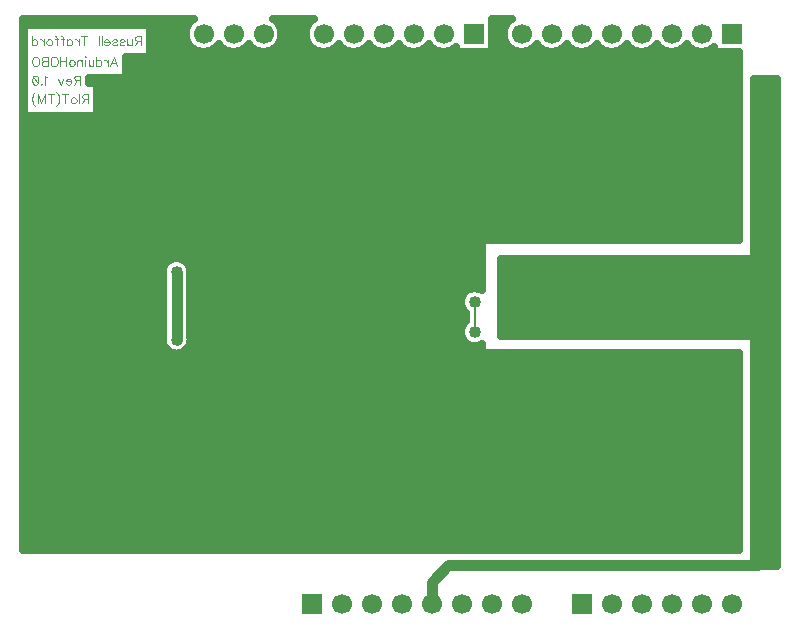
<source format=gbl>
G04 DipTrace 3.1.0.0*
G04 ArduinoUnoHOBO.gbl*
%MOIN*%
G04 #@! TF.FileFunction,Copper,L2,Bot*
G04 #@! TF.Part,Single*
G04 #@! TA.AperFunction,Conductor*
%ADD11C,0.006*%
%ADD13C,0.036*%
%ADD14C,0.012*%
G04 #@! TA.AperFunction,CopperBalancing*
%ADD15C,0.025*%
G04 #@! TA.AperFunction,ComponentPad*
%ADD17R,0.066929X0.066929*%
%ADD18C,0.066929*%
G04 #@! TA.AperFunction,ViaPad*
%ADD35C,0.04*%
%ADD68C,0.004632*%
%FSLAX26Y26*%
G04*
G70*
G90*
G75*
G01*
G04 Bottom*
%LPD*%
X1044068Y1375353D2*
D13*
Y1600377D1*
X3006774Y1019066D2*
D14*
X3019276D1*
X3006774Y1344100D2*
X3019276D1*
X3006774Y1694136D2*
X3019276D1*
X3006774Y2019171D2*
X3019276D1*
X3015555Y681530D2*
X3019276D1*
X2187938Y1637881D2*
X2200440D1*
X2187938Y1400356D2*
X2200440D1*
X2239119D2*
X2250445D1*
X1894000Y494000D2*
D13*
Y568861D1*
X1950413Y625274D1*
X2981772D1*
Y887802D1*
X3025526Y931556D1*
X1406709Y1787896D2*
D11*
Y1694136D1*
X1437860D1*
X1600371Y1525369D2*
X1619129D1*
X1600371Y1369102D2*
X1612878D1*
X1650382D2*
X1669134D1*
X1700371D2*
X1712888D1*
X1550371D2*
X1562873D1*
X1994000Y725285D2*
D13*
X2019171D1*
X2094000Y725463D2*
X2100429Y719034D1*
X1044068Y1137828D2*
D11*
X1056570D1*
X1069071Y1125327D1*
X2469434Y1269092D2*
X2475469D1*
X781541Y1650382D2*
X794042D1*
X800293Y1644131D1*
X619126Y1375353D2*
X631525D1*
X2025626Y1725390D2*
X2037923D1*
X1194084Y1056570D2*
X1206585D1*
X1194084Y681530D2*
X1212836D1*
X2037923Y1400356D2*
Y1500366D1*
D35*
X1044068Y1375353D3*
Y1600377D3*
X3006774Y1019066D3*
Y1344100D3*
Y1694136D3*
Y2019171D3*
X3015555Y681530D3*
X2187938Y1637881D3*
Y1400356D3*
X2239119D3*
X1406709Y1787896D3*
X1600371Y1525369D3*
Y1369102D3*
X1650382D3*
X1700371D3*
X1550371D3*
X1994000Y725285D3*
X2094000Y725463D3*
X1044068Y1137828D3*
X2469434Y1269092D3*
X781541Y1650382D3*
X619126Y1375353D3*
X2025626Y1725390D3*
X1194084Y1056570D3*
Y681530D3*
X2037923Y1400356D3*
Y1500366D3*
X2971997Y2219631D2*
D15*
X3041803D1*
X2971997Y2194762D2*
X3041803D1*
X2971997Y2169894D2*
X3041803D1*
X2971997Y2145025D2*
X3041803D1*
X2971997Y2120156D2*
X3041803D1*
X2971997Y2095287D2*
X3041803D1*
X2971997Y2070419D2*
X3041803D1*
X2971997Y2045550D2*
X3041803D1*
X2971997Y2020681D2*
X3041803D1*
X2971997Y1995812D2*
X3041803D1*
X2971997Y1970944D2*
X3041803D1*
X2971997Y1946075D2*
X3041803D1*
X2971997Y1921206D2*
X3041803D1*
X2971997Y1896337D2*
X3041803D1*
X2971997Y1871469D2*
X3041803D1*
X2971997Y1846600D2*
X3041803D1*
X2971997Y1821731D2*
X3041803D1*
X2971997Y1796862D2*
X3041803D1*
X2971997Y1771993D2*
X3041803D1*
X2971997Y1747125D2*
X3041803D1*
X2971997Y1722256D2*
X3041803D1*
X2971997Y1697387D2*
X3041803D1*
X2971997Y1672518D2*
X3041803D1*
X2971997Y1647650D2*
X3041803D1*
X2127930Y1622781D2*
X3041803D1*
X2127930Y1597912D2*
X3041803D1*
X2127930Y1573043D2*
X3041803D1*
X2127930Y1548175D2*
X3041803D1*
X2127930Y1523306D2*
X3041803D1*
X2127930Y1498437D2*
X3041803D1*
X2127930Y1473568D2*
X3041803D1*
X2127930Y1448699D2*
X3041803D1*
X2127930Y1423831D2*
X3041803D1*
X2127930Y1398962D2*
X3041803D1*
X2971753Y1374093D2*
X3041803D1*
X2971753Y1349224D2*
X3041803D1*
X2971753Y1324356D2*
X3041803D1*
X2971753Y1299487D2*
X3041803D1*
X2971753Y1274618D2*
X3041803D1*
X2971753Y1249749D2*
X3041803D1*
X2971753Y1224881D2*
X3041803D1*
X2971753Y1200012D2*
X3041803D1*
X2971753Y1175143D2*
X3041803D1*
X2971753Y1150274D2*
X3041803D1*
X2971753Y1125406D2*
X3041803D1*
X2971753Y1100537D2*
X3041803D1*
X2971753Y1075668D2*
X3041803D1*
X2971753Y1050799D2*
X3041803D1*
X2971753Y1025930D2*
X3041803D1*
X2971753Y1001062D2*
X3041803D1*
X2971753Y976193D2*
X3041803D1*
X2971753Y951324D2*
X3041803D1*
X2971753Y926455D2*
X3041803D1*
X2971753Y901587D2*
X3041803D1*
X2971753Y876718D2*
X3041803D1*
X2971753Y851849D2*
X3041803D1*
X2971753Y826980D2*
X3041803D1*
X2971753Y802112D2*
X3041803D1*
X2971753Y777243D2*
X3041803D1*
X2971753Y752374D2*
X3041803D1*
X2971753Y727505D2*
X3041803D1*
X2971753Y702636D2*
X3041803D1*
X2971753Y677768D2*
X3041803D1*
X2971753Y652899D2*
X3041803D1*
X2971753Y628030D2*
X3041803D1*
X2125382Y1387853D2*
X2958724Y1387699D1*
X2962444Y1386491D1*
X2965608Y1384192D1*
X2967907Y1381028D1*
X2969115Y1377308D1*
X2969269Y1362853D1*
Y619022D1*
X3044280D1*
X3044241Y2244234D1*
X2969486Y2244462D1*
X2969346Y1655045D1*
X2968138Y1651325D1*
X2965839Y1648161D1*
X2962675Y1645862D1*
X2958955Y1644654D1*
X2944505Y1644495D1*
X2125430Y1644133D1*
Y1387833D1*
X956743Y2419348D2*
X1077134D1*
X1390824D2*
X1477134D1*
X2096488D2*
X2137143D1*
X956743Y2394479D2*
X1071518D1*
X1396440D2*
X1471518D1*
X2096488D2*
X2131528D1*
X956743Y2369610D2*
X1076743D1*
X1391264D2*
X1476743D1*
X2096488D2*
X2136703D1*
X956743Y2344741D2*
X1097299D1*
X1170707D2*
X1197299D1*
X1270707D2*
X1297299D1*
X1370707D2*
X1497299D1*
X1570707D2*
X1597299D1*
X1670707D2*
X1697299D1*
X1770707D2*
X1797299D1*
X1870707D2*
X1897299D1*
X2096488D2*
X2157308D1*
X2230718D2*
X2257308D1*
X2330718D2*
X2357308D1*
X2430718D2*
X2457308D1*
X2530718D2*
X2557308D1*
X2630718D2*
X2657308D1*
X2730718D2*
X2757308D1*
X956743Y2319873D2*
X2916782D1*
X877640Y2295004D2*
X2916782D1*
X877640Y2270135D2*
X2916782D1*
X754252Y2245266D2*
X2916782D1*
X780912Y2220398D2*
X2916782D1*
X780912Y2195529D2*
X2916782D1*
X780912Y2170660D2*
X2916782D1*
X780912Y2145791D2*
X2916782D1*
X534013Y2120923D2*
X2916782D1*
X534013Y2096054D2*
X2916782D1*
X534013Y2071185D2*
X2916782D1*
X534013Y2046316D2*
X2916782D1*
X534013Y2021448D2*
X2916782D1*
X534013Y1996579D2*
X2916782D1*
X534013Y1971710D2*
X2916782D1*
X534013Y1946841D2*
X2916782D1*
X534013Y1921972D2*
X2916782D1*
X534013Y1897104D2*
X2916782D1*
X534013Y1872235D2*
X2916782D1*
X534013Y1847366D2*
X2916782D1*
X534013Y1822497D2*
X2916782D1*
X534013Y1797629D2*
X2916782D1*
X534013Y1772760D2*
X2916782D1*
X534013Y1747891D2*
X2916782D1*
X534013Y1723022D2*
X2916782D1*
X534013Y1698154D2*
X2060434D1*
X534013Y1673285D2*
X2060434D1*
X534013Y1648416D2*
X2060434D1*
X534013Y1623547D2*
X1001255D1*
X1086870D2*
X2060434D1*
X534013Y1598678D2*
X995102D1*
X1093022D2*
X2060434D1*
X534013Y1573810D2*
X997104D1*
X1091068D2*
X2060434D1*
X534013Y1548941D2*
X997104D1*
X1091068D2*
X2060434D1*
X534013Y1524072D2*
X997104D1*
X1091068D2*
X1995395D1*
X534013Y1499203D2*
X997104D1*
X1091068D2*
X1988950D1*
X534013Y1474335D2*
X997104D1*
X1091068D2*
X1996908D1*
X534013Y1449466D2*
X997104D1*
X1091068D2*
X2005942D1*
X534013Y1424597D2*
X997104D1*
X1091068D2*
X1995736D1*
X534013Y1399728D2*
X997104D1*
X1091068D2*
X1988950D1*
X534013Y1374860D2*
X995054D1*
X1093071D2*
X1996518D1*
X534013Y1349991D2*
X1002572D1*
X1085551D2*
X2060434D1*
X534013Y1325122D2*
X2916782D1*
X534013Y1300253D2*
X2916782D1*
X534013Y1275385D2*
X2916782D1*
X534013Y1250516D2*
X2916782D1*
X534013Y1225647D2*
X2916782D1*
X534013Y1200778D2*
X2916782D1*
X534013Y1175909D2*
X2916782D1*
X534013Y1151041D2*
X2916782D1*
X534013Y1126172D2*
X2916782D1*
X534013Y1101303D2*
X2916782D1*
X534013Y1076434D2*
X2916782D1*
X534013Y1051566D2*
X2916782D1*
X534013Y1026697D2*
X2916782D1*
X534013Y1001828D2*
X2916782D1*
X534013Y976959D2*
X2916782D1*
X534013Y952091D2*
X2916782D1*
X534013Y927222D2*
X2916782D1*
X534013Y902353D2*
X2916782D1*
X534013Y877484D2*
X2916782D1*
X534013Y852615D2*
X2916782D1*
X534013Y827747D2*
X2916782D1*
X534013Y802878D2*
X2916782D1*
X534013Y778009D2*
X2916782D1*
X534013Y753140D2*
X2916782D1*
X534013Y728272D2*
X2916782D1*
X534013Y703403D2*
X2916782D1*
X534013Y678534D2*
X2916782D1*
X2919248Y2334035D2*
X2834035D1*
Y2349319D1*
X2825332Y2342871D1*
X2816948Y2338600D1*
X2807999Y2335693D1*
X2798705Y2334220D1*
X2789295D1*
X2780001Y2335693D1*
X2771052Y2338600D1*
X2762668Y2342871D1*
X2755056Y2348403D1*
X2748403Y2355056D1*
X2744026Y2360941D1*
X2739597Y2355056D1*
X2732944Y2348403D1*
X2725332Y2342871D1*
X2716948Y2338600D1*
X2707999Y2335693D1*
X2698705Y2334220D1*
X2689295D1*
X2680001Y2335693D1*
X2671052Y2338600D1*
X2662668Y2342871D1*
X2655056Y2348403D1*
X2648403Y2355056D1*
X2644026Y2360941D1*
X2639597Y2355056D1*
X2632944Y2348403D1*
X2625332Y2342871D1*
X2616948Y2338600D1*
X2607999Y2335693D1*
X2598705Y2334220D1*
X2589295D1*
X2580001Y2335693D1*
X2571052Y2338600D1*
X2562668Y2342871D1*
X2555056Y2348403D1*
X2548403Y2355056D1*
X2544026Y2360941D1*
X2539597Y2355056D1*
X2532944Y2348403D1*
X2525332Y2342871D1*
X2516948Y2338600D1*
X2507999Y2335693D1*
X2498705Y2334220D1*
X2489295D1*
X2480001Y2335693D1*
X2471052Y2338600D1*
X2462668Y2342871D1*
X2455056Y2348403D1*
X2448403Y2355056D1*
X2444026Y2360941D1*
X2439597Y2355056D1*
X2432944Y2348403D1*
X2425332Y2342871D1*
X2416948Y2338600D1*
X2407999Y2335693D1*
X2398705Y2334220D1*
X2389295D1*
X2380001Y2335693D1*
X2371052Y2338600D1*
X2362668Y2342871D1*
X2355056Y2348403D1*
X2348403Y2355056D1*
X2344026Y2360941D1*
X2339597Y2355056D1*
X2332944Y2348403D1*
X2325332Y2342871D1*
X2316948Y2338600D1*
X2307999Y2335693D1*
X2298705Y2334220D1*
X2289295D1*
X2280001Y2335693D1*
X2271052Y2338600D1*
X2262668Y2342871D1*
X2255056Y2348403D1*
X2248403Y2355056D1*
X2244026Y2360941D1*
X2239597Y2355056D1*
X2232944Y2348403D1*
X2225332Y2342871D1*
X2216948Y2338600D1*
X2207999Y2335693D1*
X2198705Y2334220D1*
X2189295D1*
X2180001Y2335693D1*
X2171052Y2338600D1*
X2162668Y2342871D1*
X2155056Y2348403D1*
X2148403Y2355056D1*
X2142871Y2362668D1*
X2138600Y2371052D1*
X2135693Y2380001D1*
X2134220Y2389295D1*
Y2398705D1*
X2135693Y2407999D1*
X2138600Y2416948D1*
X2142871Y2425332D1*
X2148403Y2432944D1*
X2155056Y2439597D1*
X2161339Y2444239D1*
X2093925Y2444217D1*
X2093965Y2334035D1*
X1974035D1*
Y2349319D1*
X1965332Y2342871D1*
X1956948Y2338600D1*
X1947999Y2335693D1*
X1938705Y2334220D1*
X1929295D1*
X1920001Y2335693D1*
X1911052Y2338600D1*
X1902668Y2342871D1*
X1895056Y2348403D1*
X1888403Y2355056D1*
X1884026Y2360941D1*
X1879597Y2355056D1*
X1872944Y2348403D1*
X1865332Y2342871D1*
X1856948Y2338600D1*
X1847999Y2335693D1*
X1838705Y2334220D1*
X1829295D1*
X1820001Y2335693D1*
X1811052Y2338600D1*
X1802668Y2342871D1*
X1795056Y2348403D1*
X1788403Y2355056D1*
X1784026Y2360941D1*
X1779597Y2355056D1*
X1772944Y2348403D1*
X1765332Y2342871D1*
X1756948Y2338600D1*
X1747999Y2335693D1*
X1738705Y2334220D1*
X1729295D1*
X1720001Y2335693D1*
X1711052Y2338600D1*
X1702668Y2342871D1*
X1695056Y2348403D1*
X1688403Y2355056D1*
X1684026Y2360941D1*
X1679597Y2355056D1*
X1672944Y2348403D1*
X1665332Y2342871D1*
X1656948Y2338600D1*
X1647999Y2335693D1*
X1638705Y2334220D1*
X1629295D1*
X1620001Y2335693D1*
X1611052Y2338600D1*
X1602668Y2342871D1*
X1595056Y2348403D1*
X1588403Y2355056D1*
X1584026Y2360941D1*
X1579597Y2355056D1*
X1572944Y2348403D1*
X1565332Y2342871D1*
X1556948Y2338600D1*
X1547999Y2335693D1*
X1538705Y2334220D1*
X1529295D1*
X1520001Y2335693D1*
X1511052Y2338600D1*
X1502668Y2342871D1*
X1495056Y2348403D1*
X1488403Y2355056D1*
X1482871Y2362668D1*
X1478600Y2371052D1*
X1475693Y2380001D1*
X1474220Y2389295D1*
Y2398705D1*
X1475693Y2407999D1*
X1478600Y2416948D1*
X1482871Y2425332D1*
X1488403Y2432944D1*
X1495056Y2439597D1*
X1501339Y2444239D1*
X1366776Y2444217D1*
X1372944Y2439597D1*
X1379597Y2432944D1*
X1385129Y2425332D1*
X1389400Y2416948D1*
X1392307Y2407999D1*
X1393780Y2398705D1*
Y2389295D1*
X1392307Y2380001D1*
X1389400Y2371052D1*
X1385129Y2362668D1*
X1379597Y2355056D1*
X1372944Y2348403D1*
X1365332Y2342871D1*
X1356948Y2338600D1*
X1347999Y2335693D1*
X1338705Y2334220D1*
X1329295D1*
X1320001Y2335693D1*
X1311052Y2338600D1*
X1302668Y2342871D1*
X1295056Y2348403D1*
X1288403Y2355056D1*
X1284026Y2360941D1*
X1279597Y2355056D1*
X1272944Y2348403D1*
X1265332Y2342871D1*
X1256948Y2338600D1*
X1247999Y2335693D1*
X1238705Y2334220D1*
X1229295D1*
X1220001Y2335693D1*
X1211052Y2338600D1*
X1202668Y2342871D1*
X1195056Y2348403D1*
X1188403Y2355056D1*
X1184026Y2360941D1*
X1179597Y2355056D1*
X1172944Y2348403D1*
X1165332Y2342871D1*
X1156948Y2338600D1*
X1147999Y2335693D1*
X1138705Y2334220D1*
X1129295D1*
X1120001Y2335693D1*
X1111052Y2338600D1*
X1102668Y2342871D1*
X1095056Y2348403D1*
X1088403Y2355056D1*
X1082871Y2362668D1*
X1078600Y2371052D1*
X1075693Y2380001D1*
X1074220Y2389295D1*
Y2398705D1*
X1075693Y2407999D1*
X1078600Y2416948D1*
X1082871Y2425332D1*
X1088403Y2432944D1*
X1095056Y2439597D1*
X1101339Y2444239D1*
X531513Y2444217D1*
Y675278D1*
X2919266D1*
Y1331600D1*
X2073471Y1331753D1*
X2069752Y1332962D1*
X2066588Y1335261D1*
X2064289Y1338425D1*
X2063080Y1342144D1*
X2062927Y1361140D1*
X2055718Y1357395D1*
X2048778Y1355140D1*
X2041571Y1353999D1*
X2034274D1*
X2027067Y1355140D1*
X2020127Y1357395D1*
X2013626Y1360707D1*
X2007723Y1364997D1*
X2002564Y1370156D1*
X1998274Y1376059D1*
X1994962Y1382560D1*
X1992707Y1389500D1*
X1991566Y1396707D1*
Y1404004D1*
X1992707Y1411211D1*
X1994962Y1418151D1*
X1998274Y1424652D1*
X2002564Y1430555D1*
X2008429Y1436270D1*
X2008423Y1464467D1*
X2002564Y1470167D1*
X1998274Y1476070D1*
X1994962Y1482571D1*
X1992707Y1489510D1*
X1991566Y1496718D1*
Y1504014D1*
X1992707Y1511222D1*
X1994962Y1518161D1*
X1998274Y1524663D1*
X2002564Y1530566D1*
X2007723Y1535724D1*
X2013626Y1540014D1*
X2020127Y1543327D1*
X2027067Y1545581D1*
X2034274Y1546723D1*
X2041571D1*
X2048778Y1545581D1*
X2055718Y1543327D1*
X2062942Y1539530D1*
X2063080Y1696092D1*
X2064289Y1699811D1*
X2066588Y1702975D1*
X2069752Y1705274D1*
X2073471Y1706483D1*
X2087927Y1706636D1*
X2919266D1*
Y2334029D1*
X546451Y2423026D2*
X954245D1*
Y2315917D1*
X875094D1*
X875131Y2247160D1*
X751743D1*
X751757Y2229214D1*
X778430Y2229256D1*
Y2122147D1*
X533951D1*
Y2423026D1*
X546451D1*
X999568Y1388878D2*
Y1586925D1*
X998140Y1593102D1*
X997568Y1600377D1*
X998140Y1607651D1*
X999844Y1614745D1*
X1002636Y1621487D1*
X1006449Y1627709D1*
X1011188Y1633257D1*
X1016736Y1637996D1*
X1022958Y1641808D1*
X1029699Y1644601D1*
X1036794Y1646304D1*
X1044068Y1646877D1*
X1051343Y1646304D1*
X1058437Y1644601D1*
X1065178Y1641808D1*
X1071400Y1637996D1*
X1076949Y1633257D1*
X1081688Y1627709D1*
X1085500Y1621487D1*
X1088293Y1614745D1*
X1089996Y1607651D1*
X1090568Y1600377D1*
X1089996Y1593102D1*
X1088551Y1586927D1*
X1088568Y1388804D1*
X1089996Y1382627D1*
X1090568Y1375353D1*
X1089996Y1368079D1*
X1088293Y1360984D1*
X1085500Y1354243D1*
X1081688Y1348021D1*
X1076949Y1342472D1*
X1071400Y1337734D1*
X1065178Y1333921D1*
X1058437Y1331129D1*
X1051343Y1329425D1*
X1044068Y1328853D1*
X1036794Y1329425D1*
X1029699Y1331129D1*
X1022958Y1333921D1*
X1016736Y1337734D1*
X1011188Y1342472D1*
X1006449Y1348021D1*
X1002636Y1354243D1*
X999844Y1360984D1*
X998140Y1368079D1*
X997568Y1375353D1*
X998140Y1382627D1*
X999585Y1388803D1*
D17*
X2394000Y494000D3*
D18*
X2494000D3*
X2594000D3*
X2694000D3*
X2794000D3*
X2894000D3*
D17*
Y2394000D3*
D18*
X2794000D3*
X2694000D3*
X2594000D3*
X2494000D3*
X2394000D3*
X2294000D3*
X2194000D3*
D17*
X2034000D3*
D18*
X1934000D3*
X1834000D3*
X1734000D3*
X1634000D3*
X1534000D3*
X1434000D3*
X1334000D3*
X1234000D3*
X1134000D3*
D17*
X1494000Y494000D3*
D18*
X1594000D3*
X1694000D3*
X1794000D3*
X1894000D3*
X1994000D3*
X2094000D3*
X2194000D3*
X925430Y2371992D2*
D68*
X912530D1*
X908219Y2373451D1*
X906759Y2374877D1*
X905334Y2377729D1*
Y2380614D1*
X906759Y2383466D1*
X908219Y2384925D1*
X912530Y2386351D1*
X925430D1*
Y2356207D1*
X915382Y2371992D2*
X905334Y2356207D1*
X896070Y2376303D2*
Y2361944D1*
X894644Y2357666D1*
X891759Y2356207D1*
X887448D1*
X884596Y2357666D1*
X880285Y2361944D1*
Y2376303D2*
Y2356207D1*
X855236Y2371992D2*
X856662Y2374877D1*
X860973Y2376303D1*
X865284D1*
X869595Y2374877D1*
X871021Y2371992D1*
X869595Y2369140D1*
X866710Y2367681D1*
X859547Y2366255D1*
X856662Y2364829D1*
X855236Y2361944D1*
Y2360518D1*
X856662Y2357666D1*
X860973Y2356207D1*
X865284D1*
X869595Y2357666D1*
X871021Y2360518D1*
X830188Y2371992D2*
X831614Y2374877D1*
X835925Y2376303D1*
X840236D1*
X844547Y2374877D1*
X845973Y2371992D1*
X844547Y2369140D1*
X841662Y2367681D1*
X834499Y2366255D1*
X831614Y2364829D1*
X830188Y2361944D1*
Y2360518D1*
X831614Y2357666D1*
X835925Y2356207D1*
X840236D1*
X844547Y2357666D1*
X845973Y2360518D1*
X820924Y2367681D2*
X803713D1*
Y2370566D1*
X805139Y2373451D1*
X806565Y2374877D1*
X809450Y2376303D1*
X813761D1*
X816613Y2374877D1*
X819498Y2371992D1*
X820924Y2367681D1*
Y2364829D1*
X819498Y2360518D1*
X816613Y2357666D1*
X813761Y2356207D1*
X809450D1*
X806565Y2357666D1*
X803713Y2360518D1*
X794450Y2386351D2*
Y2356207D1*
X785186Y2386351D2*
Y2356207D1*
X736714Y2386351D2*
Y2356207D1*
X746762Y2386351D2*
X726666D1*
X717403Y2376303D2*
Y2356207D1*
Y2367681D2*
X715944Y2371992D1*
X713092Y2374877D1*
X710207Y2376303D1*
X705896D1*
X679421D2*
Y2356207D1*
Y2371992D2*
X682273Y2374877D1*
X685158Y2376303D1*
X689436D1*
X692321Y2374877D1*
X695173Y2371992D1*
X696632Y2367681D1*
Y2364829D1*
X695173Y2360518D1*
X692321Y2357666D1*
X689436Y2356207D1*
X685158D1*
X682273Y2357666D1*
X679421Y2360518D1*
X658684Y2386351D2*
X661535D1*
X664421Y2384925D1*
X665847Y2380614D1*
Y2356207D1*
X670158Y2376303D2*
X660110D1*
X637946Y2386351D2*
X640798D1*
X643683Y2384925D1*
X645109Y2380614D1*
Y2356207D1*
X649420Y2376303D2*
X639372D1*
X621520D2*
X624372Y2374877D1*
X627257Y2371992D1*
X628683Y2367681D1*
Y2364829D1*
X627257Y2360518D1*
X624372Y2357666D1*
X621520Y2356207D1*
X617209D1*
X614323Y2357666D1*
X611472Y2360518D1*
X610012Y2364829D1*
Y2367681D1*
X611472Y2371992D1*
X614323Y2374877D1*
X617209Y2376303D1*
X621520D1*
X600749D2*
Y2356207D1*
Y2367681D2*
X599290Y2371992D1*
X596438Y2374877D1*
X593553Y2376303D1*
X589242D1*
X562767Y2386351D2*
Y2356207D1*
Y2371992D2*
X565619Y2374877D1*
X568504Y2376303D1*
X572815D1*
X575667Y2374877D1*
X578552Y2371992D1*
X579978Y2367681D1*
Y2364829D1*
X578552Y2360518D1*
X575667Y2357666D1*
X572815Y2356207D1*
X568504D1*
X565619Y2357666D1*
X562767Y2360518D1*
X823334Y2287450D2*
X834841Y2317594D1*
X846315Y2287450D1*
X842004Y2297498D2*
X827645D1*
X814070Y2307546D2*
Y2287450D1*
Y2298924D2*
X812611Y2303235D1*
X809759Y2306120D1*
X806874Y2307546D1*
X802563D1*
X776089Y2317594D2*
Y2287450D1*
Y2303235D2*
X778941Y2306120D1*
X781826Y2307546D1*
X786137D1*
X788989Y2306120D1*
X791874Y2303235D1*
X793300Y2298924D1*
Y2296072D1*
X791874Y2291761D1*
X788989Y2288909D1*
X786137Y2287450D1*
X781826D1*
X778941Y2288909D1*
X776089Y2291761D1*
X766825Y2307546D2*
Y2293187D1*
X765399Y2288909D1*
X762514Y2287450D1*
X758203D1*
X755351Y2288909D1*
X751040Y2293187D1*
Y2307546D2*
Y2287450D1*
X741777Y2317594D2*
X740351Y2316168D1*
X738891Y2317594D1*
X740351Y2319053D1*
X741777Y2317594D1*
X740351Y2307546D2*
Y2287450D1*
X729628Y2307546D2*
Y2287450D1*
Y2301809D2*
X725317Y2306120D1*
X722432Y2307546D1*
X718154D1*
X715269Y2306120D1*
X713843Y2301809D1*
Y2287450D1*
X697416Y2307546D2*
X700268Y2306120D1*
X703153Y2303235D1*
X704579Y2298924D1*
Y2296072D1*
X703153Y2291761D1*
X700268Y2288909D1*
X697416Y2287450D1*
X693105D1*
X690220Y2288909D1*
X687368Y2291761D1*
X685909Y2296072D1*
Y2298924D1*
X687368Y2303235D1*
X690220Y2306120D1*
X693105Y2307546D1*
X697416D1*
X676646Y2317594D2*
Y2287450D1*
X656550Y2317594D2*
Y2287450D1*
X676646Y2303235D2*
X656550D1*
X638664Y2317594D2*
X641549Y2316168D1*
X644401Y2313283D1*
X645860Y2310431D1*
X647286Y2306120D1*
Y2298924D1*
X645860Y2294646D1*
X644401Y2291761D1*
X641549Y2288909D1*
X638664Y2287450D1*
X632927D1*
X630075Y2288909D1*
X627190Y2291761D1*
X625764Y2294646D1*
X624338Y2298924D1*
Y2306120D1*
X625764Y2310431D1*
X627190Y2313283D1*
X630075Y2316168D1*
X632927Y2317594D1*
X638664D1*
X615075D2*
Y2287450D1*
X602142D1*
X597831Y2288909D1*
X596405Y2290335D1*
X594979Y2293187D1*
Y2297498D1*
X596405Y2300383D1*
X597831Y2301809D1*
X602142Y2303235D1*
X597831Y2304694D1*
X596405Y2306120D1*
X594979Y2308972D1*
Y2311857D1*
X596405Y2314709D1*
X597831Y2316168D1*
X602142Y2317594D1*
X615075D1*
Y2303235D2*
X602142D1*
X577093Y2317594D2*
X579978Y2316168D1*
X582830Y2313283D1*
X584289Y2310431D1*
X585715Y2306120D1*
Y2298924D1*
X584289Y2294646D1*
X582830Y2291761D1*
X579978Y2288909D1*
X577093Y2287450D1*
X571356D1*
X568504Y2288909D1*
X565619Y2291761D1*
X564193Y2294646D1*
X562767Y2298924D1*
Y2306120D1*
X564193Y2310431D1*
X565619Y2313283D1*
X568504Y2316168D1*
X571356Y2317594D1*
X577093D1*
X722941Y2240728D2*
X710041D1*
X705730Y2242187D1*
X704271Y2243613D1*
X702845Y2246465D1*
Y2249350D1*
X704271Y2252202D1*
X705730Y2253661D1*
X710041Y2255087D1*
X722941D1*
Y2224943D1*
X712893Y2240728D2*
X702845Y2224943D1*
X693581Y2236417D2*
X676370D1*
Y2239302D1*
X677796Y2242187D1*
X679222Y2243613D1*
X682107Y2245039D1*
X686418D1*
X689270Y2243613D1*
X692155Y2240728D1*
X693581Y2236417D1*
Y2233565D1*
X692155Y2229254D1*
X689270Y2226402D1*
X686418Y2224943D1*
X682107D1*
X679222Y2226402D1*
X676370Y2229254D1*
X667107Y2245039D2*
X658485Y2224943D1*
X649896Y2245039D1*
X611472Y2249317D2*
X608587Y2250776D1*
X604275Y2255054D1*
Y2224943D1*
X593586Y2227828D2*
X595012Y2226369D1*
X593586Y2224943D1*
X592127Y2226369D1*
X593586Y2227828D1*
X574241Y2255054D2*
X578552Y2253628D1*
X581437Y2249317D1*
X582863Y2242154D1*
Y2237843D1*
X581437Y2230680D1*
X578552Y2226369D1*
X574241Y2224943D1*
X571389D1*
X567078Y2226369D1*
X564226Y2230680D1*
X562767Y2237843D1*
Y2242154D1*
X564226Y2249317D1*
X567078Y2253628D1*
X571389Y2255054D1*
X574241D1*
X564226Y2249317D2*
X581437Y2230680D1*
X749614Y2178222D2*
X736714D1*
X732403Y2179681D1*
X730944Y2181107D1*
X729518Y2183959D1*
Y2186844D1*
X730944Y2189696D1*
X732403Y2191155D1*
X736714Y2192581D1*
X749614D1*
Y2162437D1*
X739566Y2178222D2*
X729518Y2162437D1*
X720255Y2192581D2*
Y2162437D1*
X703828Y2182533D2*
X706680Y2181107D1*
X709565Y2178222D1*
X710991Y2173911D1*
Y2171059D1*
X709565Y2166748D1*
X706680Y2163896D1*
X703828Y2162437D1*
X699517D1*
X696632Y2163896D1*
X693780Y2166748D1*
X692321Y2171059D1*
Y2173911D1*
X693780Y2178222D1*
X696632Y2181107D1*
X699517Y2182533D1*
X703828D1*
X673009Y2192581D2*
Y2162437D1*
X683057Y2192581D2*
X662961D1*
X643650Y2200440D2*
X646535Y2197588D1*
X649387Y2193277D1*
X652272Y2187540D1*
X653698Y2180344D1*
Y2174607D1*
X652272Y2167444D1*
X649387Y2161707D1*
X646535Y2157396D1*
X643650Y2154544D1*
X624338Y2192581D2*
Y2162437D1*
X634386Y2192581D2*
X614290D1*
X582079Y2162437D2*
Y2192581D1*
X593553Y2162437D1*
X605027Y2192581D1*
Y2162437D1*
X572815Y2200440D2*
X569930Y2197588D1*
X567078Y2193277D1*
X564193Y2187540D1*
X562767Y2180344D1*
Y2174607D1*
X564193Y2167444D1*
X567078Y2161707D1*
X569930Y2157396D1*
X572815Y2154544D1*
M02*

</source>
